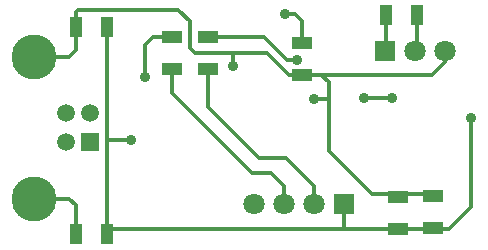
<source format=gbl>
G04 Layer_Physical_Order=2*
G04 Layer_Color=33789*
%FSLAX42Y42*%
%MOMM*%
G71*
G01*
G75*
%ADD13R,1.10X1.70*%
%ADD15C,0.30*%
%ADD16C,1.50*%
%ADD17C,1.80*%
%ADD18R,1.80X1.80*%
%ADD19C,3.80*%
%ADD20R,1.50X1.50*%
%ADD21C,0.90*%
%ADD22R,1.70X1.10*%
D13*
X5100Y6250D02*
D03*
X4830D02*
D03*
X5100Y8000D02*
D03*
X4830D02*
D03*
X7455Y8100D02*
D03*
X7725D02*
D03*
D15*
X6846Y6500D02*
Y6654D01*
X6610Y6890D02*
X6846Y6654D01*
X6380Y6890D02*
X6610D01*
X6592Y6500D02*
Y6658D01*
X6486Y6764D02*
X6592Y6658D01*
X6328Y6764D02*
X6486D01*
X5649Y7443D02*
X6328Y6764D01*
X5949Y7321D02*
X6380Y6890D01*
X5649Y7443D02*
Y7645D01*
X5949Y7321D02*
Y7645D01*
X5485Y7915D02*
X5679D01*
X5420Y7850D02*
X5485Y7915D01*
X5420Y7580D02*
Y7850D01*
X5839Y7783D02*
X6454D01*
X5799Y7823D02*
X5839Y7783D01*
X6454D02*
X6637Y7600D01*
X6750Y7870D02*
Y8050D01*
X6690Y8110D02*
X6750Y8050D01*
X6600Y8110D02*
X6690D01*
X6160Y7670D02*
Y7783D01*
X6621Y7719D02*
X6708D01*
X6425Y7915D02*
X6621Y7719D01*
X5950Y7915D02*
X6425D01*
X7270Y7400D02*
X7510D01*
X7100Y6290D02*
Y6500D01*
X8179Y6479D02*
Y7231D01*
X7990Y6290D02*
X8179Y6479D01*
X5100Y6290D02*
X7990D01*
X5100Y6250D02*
Y6290D01*
X6975Y6955D02*
X7344Y6586D01*
X6975Y6955D02*
Y7534D01*
X7344Y6585D02*
X7860D01*
X6850Y7390D02*
X6975D01*
X7958Y7708D02*
Y7800D01*
X7850Y7600D02*
X7958Y7708D01*
X6909Y7600D02*
X7850D01*
X5100Y6250D02*
Y7050D01*
X5300D01*
X5700Y8150D02*
X5799Y8051D01*
X4850Y8150D02*
X5700D01*
X4830Y8130D02*
X4850Y8150D01*
X4830Y8000D02*
Y8130D01*
X5799Y7823D02*
Y8051D01*
X6750Y7600D02*
X6909D01*
X5100Y7050D02*
Y8000D01*
X5949Y7645D02*
X5950D01*
X6909Y7600D02*
X6975Y7534D01*
X6637Y7600D02*
X6750D01*
X4830Y6250D02*
Y6493D01*
X4775Y6548D02*
X4830Y6493D01*
X4479Y6548D02*
X4775D01*
X5649Y7645D02*
X5650D01*
X4479Y7752D02*
X4775D01*
X4830Y7807D01*
Y8000D01*
X7725Y7821D02*
Y8100D01*
X7455Y7805D02*
Y8100D01*
D16*
X4950Y7275D02*
D03*
X4750D02*
D03*
Y7025D02*
D03*
D17*
X7704Y7800D02*
D03*
X7958D02*
D03*
X6338Y6500D02*
D03*
X6846D02*
D03*
X6592D02*
D03*
D18*
X7450Y7800D02*
D03*
X7100Y6500D02*
D03*
D19*
X4479Y6548D02*
D03*
Y7752D02*
D03*
D20*
X4950Y7025D02*
D03*
D21*
X5420Y7580D02*
D03*
X6160Y7670D02*
D03*
X6600Y8110D02*
D03*
X7510Y7400D02*
D03*
X7270D02*
D03*
X6850Y7390D02*
D03*
X5300Y7050D02*
D03*
X8179Y7231D02*
D03*
X6708Y7719D02*
D03*
D22*
X6750Y7870D02*
D03*
Y7600D02*
D03*
X5650Y7645D02*
D03*
Y7915D02*
D03*
X5950Y7645D02*
D03*
Y7915D02*
D03*
X7860Y6300D02*
D03*
Y6570D02*
D03*
X7560Y6295D02*
D03*
Y6565D02*
D03*
M02*

</source>
